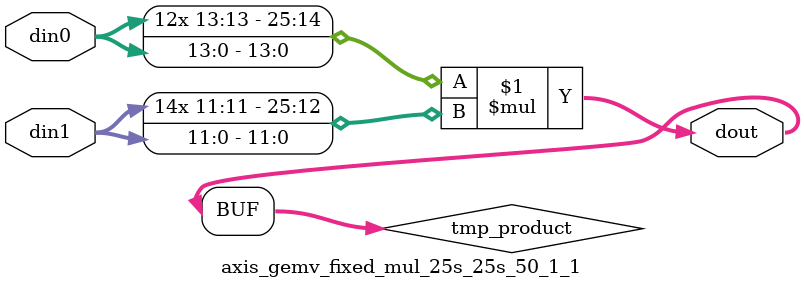
<source format=v>

`timescale 1 ns / 1 ps

 module axis_gemv_fixed_mul_25s_25s_50_1_1(din0, din1, dout);
parameter ID = 1;
parameter NUM_STAGE = 0;
parameter din0_WIDTH = 14;
parameter din1_WIDTH = 12;
parameter dout_WIDTH = 26;

input [din0_WIDTH - 1 : 0] din0; 
input [din1_WIDTH - 1 : 0] din1; 
output [dout_WIDTH - 1 : 0] dout;

wire signed [dout_WIDTH - 1 : 0] tmp_product;



























assign tmp_product = $signed(din0) * $signed(din1);








assign dout = tmp_product;





















endmodule

</source>
